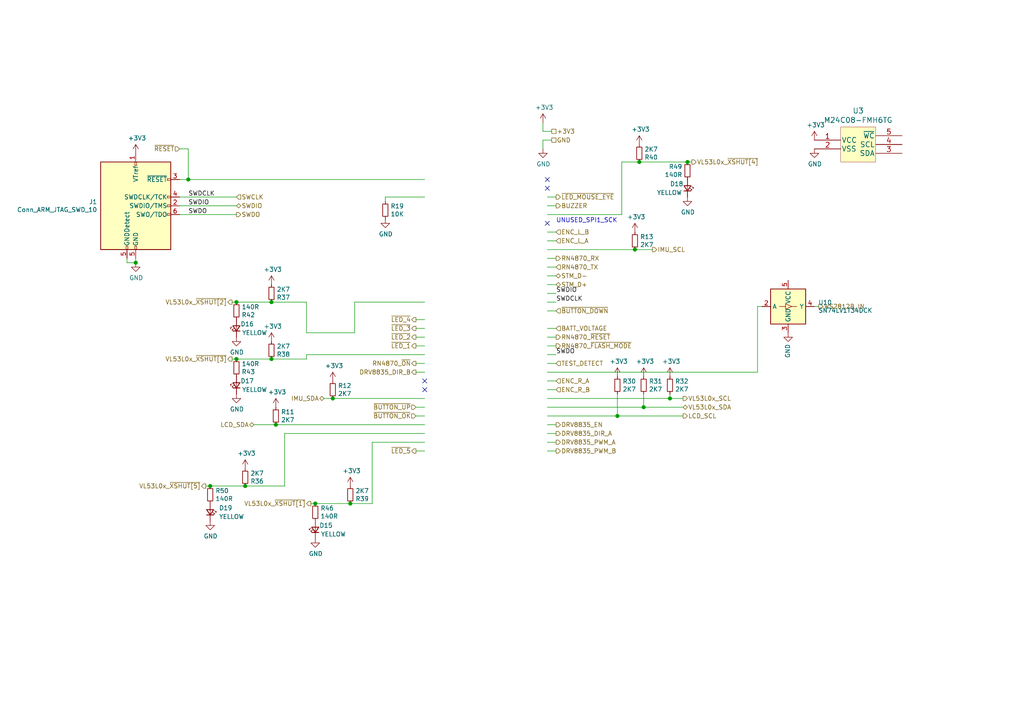
<source format=kicad_sch>
(kicad_sch (version 20210126) (generator eeschema)
  (paper "A4")
  (lib_symbols
    (symbol "Device:C_Small" (pin_numbers hide) (pin_names (offset 0.254) hide)
      (property "Reference" "C" (at 0.254 1.778 0))
      (property "Value" "C_Small" (at 0.254 -2.032 0))
      (symbol "C_Small_0_1"
        (polyline (pts (xy -1.524 -0.508) (xy 1.524 -0.508)) (stroke (width 0.3302)))
        (polyline (pts (xy -1.524 0.508) (xy 1.524 0.508)) (stroke (width 0.3048)))
      )
      (symbol "C_Small_1_1"
        (pin passive line (at 0 2.54 270) (length 2.032) (name "~") (number "1"))
        (pin passive line (at 0 -2.54 90) (length 2.032) (name "~") (number "2"))
      )
    )
    (symbol "Device:Crystal_GND24_Small" (pin_names (offset 1.016) hide)
      (property "Reference" "Y" (at 1.27 4.445 0))
      (property "Value" "Crystal_GND24_Small" (at 1.27 2.54 0))
      (symbol "Crystal_GND24_Small_0_1"
        (rectangle (start -0.762 -1.524) (end 0.762 1.524))
        (polyline (pts (xy -1.27 -0.762) (xy -1.27 0.762)) (stroke (width 0.381)))
        (polyline (pts (xy 1.27 -0.762) (xy 1.27 0.762)) (stroke (width 0.381)))
        (polyline (pts (xy -1.27 -1.27) (xy -1.27 -1.905) (xy 1.27 -1.905) (xy 1.27 -1.27)))
        (polyline (pts (xy -1.27 1.27) (xy -1.27 1.905) (xy 1.27 1.905) (xy 1.27 1.27)))
      )
      (symbol "Crystal_GND24_Small_1_1"
        (pin passive line (at -2.54 0 0) (length 1.27) (name "1") (number "1"))
        (pin passive line (at 0 -2.54 90) (length 0.635) (name "2") (number "2"))
        (pin passive line (at 2.54 0 180) (length 1.27) (name "3") (number "3"))
        (pin passive line (at 0 2.54 270) (length 0.635) (name "4") (number "4"))
      )
    )
    (symbol "Device:LED_Small" (pin_numbers hide) (pin_names (offset 0.254) hide)
      (property "Reference" "D" (at -1.27 3.175 0))
      (property "Value" "LED_Small" (at -4.445 -2.54 0))
      (symbol "LED_Small_0_1"
        (polyline (pts (xy -0.762 -1.016) (xy -0.762 1.016)) (stroke (width 0.254)))
        (polyline (pts (xy 1.016 0) (xy -0.762 0)))
        (polyline (pts (xy 0.762 -1.016) (xy -0.762 0) (xy 0.762 1.016) (xy 0.762 -1.016)) (stroke (width 0.254)))
        (polyline (pts (xy 0 0.762) (xy -0.508 1.27) (xy -0.254 1.27) (xy -0.508 1.27) (xy -0.508 1.016)))
        (polyline (pts (xy 0.508 1.27) (xy 0 1.778) (xy 0.254 1.778) (xy 0 1.778) (xy 0 1.524)))
      )
      (symbol "LED_Small_1_1"
        (pin passive line (at -2.54 0 0) (length 1.778) (name "K") (number "1"))
        (pin passive line (at 2.54 0 180) (length 1.778) (name "A") (number "2"))
      )
    )
    (symbol "Device:R_Small" (pin_numbers hide) (pin_names (offset 0.254) hide)
      (property "Reference" "R" (at 0.762 0.508 0))
      (property "Value" "R_Small" (at 0.762 -1.016 0))
      (symbol "R_Small_0_1"
        (rectangle (start -0.762 1.778) (end 0.762 -1.778) (stroke (width 0.2032)))
      )
      (symbol "R_Small_1_1"
        (pin passive line (at 0 2.54 270) (length 0.762) (name "~") (number "1"))
        (pin passive line (at 0 -2.54 90) (length 0.762) (name "~") (number "2"))
      )
    )
    (symbol "Logic_LevelTranslator:SN74LV1T34DCK"
      (property "Reference" "U" (at 5.08 6.35 0))
      (property "Value" "SN74LV1T34DCK" (at 5.08 3.81 0))
      (symbol "SN74LV1T34DCK_0_1"
        (rectangle (start -5.08 5.08) (end 5.08 -5.08) (stroke (width 0.254)) (fill (type background)))
        (polyline (pts (xy -0.762 0) (xy -2.54 0)))
        (polyline (pts (xy 1.016 0) (xy 2.54 0)))
      )
      (symbol "SN74LV1T34DCK_1_1"
        (polyline (pts (xy -0.762 -0.762) (xy -0.762 0.762) (xy 1.016 0) (xy -0.762 -0.762)))
        (pin no_connect line (at -5.08 2.54 0) (length 2.54) hide (name "NC") (number "1"))
        (pin input line (at -7.62 0 0) (length 2.54) (name "A") (number "2"))
        (pin power_in line (at 0 -7.62 90) (length 2.54) (name "GND") (number "3"))
        (pin output line (at 7.62 0 180) (length 2.54) (name "Y") (number "4"))
        (pin power_in line (at 0 7.62 270) (length 2.54) (name "VCC") (number "5"))
      )
    )
    (symbol "M24C08-FMH6TG:M24C08-FMH6TG" (pin_names (offset 0.254))
      (property "Reference" "U" (at 0 12.7 0))
      (property "Value" "M24C08-FMH6TG" (at 0 10.16 0))
      (symbol "M24C08-FMH6TG_1_1"
        (rectangle (start -5.08 5.08) (end 5.08 -5.08) (stroke (width 0.001)) (fill (type background)))
        (pin power_in line (at -12.7 1.27 0) (length 7.62) (name "VCC") (number "1"))
        (pin power_in line (at -12.7 -1.27 0) (length 7.62) (name "VSS") (number "2"))
        (pin bidirectional line (at 12.7 -2.54 180) (length 7.62) (name "SDA") (number "3"))
        (pin input line (at 12.7 0 180) (length 7.62) (name "SCL") (number "4"))
        (pin input line (at 12.7 2.54 180) (length 7.62) (name "~WC") (number "5"))
      )
    )
    (symbol "STM32H723VGH6:STM32H723VGH6" (pin_names (offset 0.254))
      (property "Reference" "U" (at 30.48 10.16 0))
      (property "Value" "STM32H723VGH6" (at 30.48 7.62 0))
      (symbol "STM32H723VGH6_1_1"
        (polyline (pts (xy 7.62 -86.36) (xy 53.34 -86.36)) (stroke (width 0.127)))
        (polyline (pts (xy 7.62 5.08) (xy 7.62 -86.36)) (stroke (width 0.127)))
        (polyline (pts (xy 53.34 -86.36) (xy 53.34 5.08)) (stroke (width 0.127)))
        (polyline (pts (xy 53.34 5.08) (xy 7.62 5.08)) (stroke (width 0.127)))
        (pin bidirectional line (at 60.96 -35.56 180) (length 7.62) (name "PC14-PSC32_IN") (number "A1"))
        (pin bidirectional line (at 0 -33.02 0) (length 7.62) (name "PA13") (number "A10"))
        (pin bidirectional line (at 60.96 -33.02 180) (length 7.62) (name "PC13") (number "A2"))
        (pin bidirectional line (at 0 -66.04 0) (length 7.62) (name "PB9") (number "A4"))
        (pin bidirectional line (at 0 -60.96 0) (length 7.62) (name "PB7") (number "A5"))
        (pin bidirectional line (at 0 -53.34 0) (length 7.62) (name "PB4") (number "A6"))
        (pin bidirectional line (at 0 -50.8 0) (length 7.62) (name "PB3") (number "A7"))
        (pin bidirectional line (at 0 -38.1 0) (length 7.62) (name "PA15") (number "A8"))
        (pin bidirectional line (at 0 -35.56 0) (length 7.62) (name "PA14") (number "A9"))
        (pin bidirectional line (at 60.96 -38.1 180) (length 7.62) (name "PC15-OSC32_OUT") (number "B1"))
        (pin bidirectional line (at 0 -30.48 0) (length 7.62) (name "PA12") (number "B10"))
        (pin bidirectional line (at 0 -63.5 0) (length 7.62) (name "PB8") (number "B4"))
        (pin bidirectional line (at 0 -58.42 0) (length 7.62) (name "PB6") (number "B5"))
        (pin bidirectional line (at 60.96 -55.88 180) (length 7.62) (name "PD5") (number "B6"))
        (pin bidirectional line (at 60.96 -48.26 180) (length 7.62) (name "PD2") (number "B7"))
        (pin bidirectional line (at 60.96 -27.94 180) (length 7.62) (name "PC11") (number "B8"))
        (pin bidirectional line (at 60.96 -25.4 180) (length 7.62) (name "PC10") (number "B9"))
        (pin bidirectional line (at 0 -27.94 0) (length 7.62) (name "PA11") (number "C10"))
        (pin bidirectional line (at 0 -55.88 0) (length 7.62) (name "PB5") (number "C5"))
        (pin bidirectional line (at 60.96 -58.42 180) (length 7.62) (name "PD6") (number "C6"))
        (pin bidirectional line (at 60.96 -50.8 180) (length 7.62) (name "PD3") (number "C7"))
        (pin bidirectional line (at 60.96 -30.48 180) (length 7.62) (name "PC12") (number "C8"))
        (pin bidirectional line (at 0 -22.86 0) (length 7.62) (name "PA9") (number "C9"))
        (pin bidirectional line (at 0 -25.4 0) (length 7.62) (name "PA10") (number "D10"))
        (pin bidirectional line (at 60.96 -60.96 180) (length 7.62) (name "PD7") (number "D6"))
        (pin bidirectional line (at 60.96 -53.34 180) (length 7.62) (name "PD4") (number "D7"))
        (pin bidirectional line (at 60.96 -43.18 180) (length 7.62) (name "PD0") (number "D8"))
        (pin bidirectional line (at 0 -20.32 0) (length 7.62) (name "PA8") (number "D9"))
        (pin bidirectional line (at 60.96 -17.78 180) (length 7.62) (name "PC7") (number "E10"))
        (pin bidirectional line (at 60.96 -5.08 180) (length 7.62) (name "PC2_C") (number "E2"))
        (pin bidirectional line (at 60.96 -45.72 180) (length 7.62) (name "PD1") (number "E8"))
        (pin bidirectional line (at 60.96 -20.32 180) (length 7.62) (name "PC9") (number "E9"))
        (pin bidirectional line (at 60.96 0 180) (length 7.62) (name "PC0") (number "F1"))
        (pin bidirectional line (at 60.96 -15.24 180) (length 7.62) (name "PC6") (number "F10"))
        (pin bidirectional line (at 60.96 -2.54 180) (length 7.62) (name "PC1") (number "F2"))
        (pin bidirectional line (at 60.96 -7.62 180) (length 7.62) (name "PC3_C") (number "F3"))
        (pin bidirectional line (at 60.96 -22.86 180) (length 7.62) (name "PC8") (number "F9"))
        (pin bidirectional line (at 0 -81.28 0) (length 7.62) (name "PB15") (number "G10"))
        (pin bidirectional line (at 0 0 0) (length 7.62) (name "PA0") (number "G2"))
        (pin bidirectional line (at 0 -10.16 0) (length 7.62) (name "PA4") (number "G3"))
        (pin bidirectional line (at 60.96 -10.16 180) (length 7.62) (name "PC4") (number "G4"))
        (pin bidirectional line (at 0 -48.26 0) (length 7.62) (name "PB2") (number "G5"))
        (pin bidirectional line (at 60.96 -81.28 180) (length 7.62) (name "PD15") (number "G8"))
        (pin bidirectional line (at 60.96 -71.12 180) (length 7.62) (name "PD11") (number "G9"))
        (pin bidirectional line (at 0 -78.74 0) (length 7.62) (name "PB14") (number "H10"))
        (pin bidirectional line (at 0 -2.54 0) (length 7.62) (name "PA1") (number "H2"))
        (pin bidirectional line (at 0 -12.7 0) (length 7.62) (name "PA5") (number "H3"))
        (pin bidirectional line (at 60.96 -12.7 180) (length 7.62) (name "PC5") (number "H4"))
        (pin bidirectional line (at 60.96 -78.74 180) (length 7.62) (name "PD14") (number "H8"))
        (pin bidirectional line (at 60.96 -68.58 180) (length 7.62) (name "PD10") (number "H9"))
        (pin bidirectional line (at 60.96 -76.2 180) (length 7.62) (name "PD13") (number "J10"))
        (pin bidirectional line (at 0 -5.08 0) (length 7.62) (name "PA2") (number "J2"))
        (pin bidirectional line (at 0 -15.24 0) (length 7.62) (name "PA6") (number "J3"))
        (pin bidirectional line (at 0 -43.18 0) (length 7.62) (name "PB0") (number "J4"))
        (pin bidirectional line (at 0 -68.58 0) (length 7.62) (name "PB10") (number "J7"))
        (pin bidirectional line (at 0 -76.2 0) (length 7.62) (name "PB13") (number "J8"))
        (pin bidirectional line (at 60.96 -66.04 180) (length 7.62) (name "PD9") (number "J9"))
        (pin bidirectional line (at 60.96 -73.66 180) (length 7.62) (name "PD12") (number "K10"))
        (pin bidirectional line (at 0 -7.62 0) (length 7.62) (name "PA3") (number "K2"))
        (pin bidirectional line (at 0 -17.78 0) (length 7.62) (name "PA7") (number "K3"))
        (pin bidirectional line (at 0 -45.72 0) (length 7.62) (name "PB1") (number "K4"))
        (pin bidirectional line (at 0 -71.12 0) (length 7.62) (name "PB11") (number "K7"))
        (pin bidirectional line (at 0 -73.66 0) (length 7.62) (name "PB12") (number "K8"))
        (pin bidirectional line (at 60.96 -63.5 180) (length 7.62) (name "PD8") (number "K9"))
      )
      (symbol "STM32H723VGH6_2_1"
        (polyline (pts (xy 7.62 -43.18) (xy 48.26 -43.18)) (stroke (width 0.127)))
        (polyline (pts (xy 7.62 5.08) (xy 7.62 -43.18)) (stroke (width 0.127)))
        (polyline (pts (xy 48.26 -43.18) (xy 48.26 5.08)) (stroke (width 0.127)))
        (polyline (pts (xy 48.26 5.08) (xy 7.62 5.08)) (stroke (width 0.127)))
        (pin bidirectional line (at 0 -5.08 0) (length 7.62) (name "PE2") (number "A3"))
        (pin bidirectional line (at 0 -7.62 0) (length 7.62) (name "PE3") (number "B3"))
        (pin bidirectional line (at 55.88 0 180) (length 7.62) (name "PH0-OSC_IN") (number "C1"))
        (pin bidirectional line (at 0 -10.16 0) (length 7.62) (name "PE4") (number "C3"))
        (pin bidirectional line (at 0 -2.54 0) (length 7.62) (name "PE1") (number "C4"))
        (pin bidirectional line (at 55.88 -2.54 180) (length 7.62) (name "PH1-OSC_OUT") (number "D1"))
        (pin bidirectional line (at 0 -12.7 0) (length 7.62) (name "PE5") (number "D3"))
        (pin bidirectional line (at 0 0 0) (length 7.62) (name "PE0") (number "D4"))
        (pin input line (at 55.88 -12.7 180) (length 7.62) (name "BOOT0") (number "D5"))
        (pin bidirectional line (at 55.88 -7.62 180) (length 7.62) (name "NRST") (number "E1"))
        (pin bidirectional line (at 0 -15.24 0) (length 7.62) (name "PE6") (number "E3"))
        (pin bidirectional line (at 55.88 -17.78 180) (length 7.62) (name "PDR_ON") (number "F7"))
        (pin bidirectional line (at 0 -25.4 0) (length 7.62) (name "PE10") (number "G6"))
        (pin bidirectional line (at 0 -35.56 0) (length 7.62) (name "PE14") (number "G7"))
        (pin bidirectional line (at 0 -17.78 0) (length 7.62) (name "PE7") (number "H5"))
        (pin bidirectional line (at 0 -27.94 0) (length 7.62) (name "PE11") (number "H6"))
        (pin bidirectional line (at 0 -38.1 0) (length 7.62) (name "PE15") (number "H7"))
        (pin bidirectional line (at 0 -20.32 0) (length 7.62) (name "PE8") (number "J5"))
        (pin bidirectional line (at 0 -30.48 0) (length 7.62) (name "PE12") (number "J6"))
        (pin bidirectional line (at 0 -22.86 0) (length 7.62) (name "PE9") (number "K5"))
        (pin bidirectional line (at 0 -33.02 0) (length 7.62) (name "PE13") (number "K6"))
      )
      (symbol "STM32H723VGH6_3_1"
        (polyline (pts (xy 7.62 -35.56) (xy 43.18 -35.56)) (stroke (width 0.127)))
        (polyline (pts (xy 7.62 5.08) (xy 7.62 -35.56)) (stroke (width 0.127)))
        (polyline (pts (xy 43.18 -35.56) (xy 43.18 5.08)) (stroke (width 0.127)))
        (polyline (pts (xy 43.18 5.08) (xy 7.62 5.08)) (stroke (width 0.127)))
        (pin power_in line (at 50.8 -12.7 180) (length 7.62) (name "VBAT") (number "B2"))
        (pin power_in line (at 0 0 0) (length 7.62) (name "VSS") (number "C2"))
        (pin power_in line (at 50.8 0 180) (length 7.62) (name "VDD") (number "D2"))
        (pin power_in line (at 0 -2.54 0) (length 7.62) (name "VSS") (number "E4"))
        (pin power_in line (at 0 -5.08 0) (length 7.62) (name "VSS") (number "E5"))
        (pin power_in line (at 0 -7.62 0) (length 7.62) (name "VSS") (number "E6"))
        (pin power_in line (at 50.8 -17.78 180) (length 7.62) (name "VCAP") (number "E7"))
        (pin power_in line (at 50.8 -2.54 180) (length 7.62) (name "VDD") (number "F4"))
        (pin power_in line (at 50.8 -5.08 180) (length 7.62) (name "VDD") (number "F5"))
        (pin power_in line (at 50.8 -30.48 180) (length 7.62) (name "VDD33USB") (number "F6"))
        (pin power_in line (at 50.8 -20.32 180) (length 7.62) (name "VCAP") (number "F8"))
        (pin power_in line (at 0 -15.24 0) (length 7.62) (name "VSSA") (number "G1"))
        (pin power_in line (at 50.8 -25.4 180) (length 7.62) (name "VDDA") (number "H1"))
        (pin power_in line (at 0 -10.16 0) (length 7.62) (name "VSS") (number "J1"))
        (pin power_in line (at 50.8 -7.62 180) (length 7.62) (name "VDD") (number "K1"))
      )
    )
    (symbol "power:+3V3" (power) (pin_names (offset 0))
      (property "Value" "+3V3" (at 0 3.556 0))
      (symbol "+3V3_0_1"
        (polyline (pts (xy -0.762 1.27) (xy 0 2.54)))
        (polyline (pts (xy 0 0) (xy 0 2.54)))
        (polyline (pts (xy 0 2.54) (xy 0.762 1.27)))
      )
      (symbol "+3V3_1_1"
        (pin power_in line (at 0 0 90) (length 0) hide (name "+3V3") (number "1"))
      )
    )
    (symbol "power:GND" (power) (pin_names (offset 0))
      (property "Value" "GND" (at 0 -3.81 0))
      (symbol "GND_0_1"
        (polyline (pts (xy 0 0) (xy 0 -1.27) (xy 1.27 -1.27) (xy 0 -2.54) (xy -1.27 -1.27) (xy 0 -1.27)))
      )
      (symbol "GND_1_1"
        (pin power_in line (at 0 0 270) (length 0) hide (name "GND") (number "1"))
      )
    )
    (symbol "synermycha-electronics:Conn_ARM_JTAG_SWD_10" (pin_names (offset 1.016))
      (property "Reference" "J" (at -2.54 16.51 0))
      (property "Value" "Conn_ARM_JTAG_SWD_10" (at -2.54 13.97 0))
      (symbol "Conn_ARM_JTAG_SWD_10_0_1"
        (rectangle (start -2.794 -12.7) (end -2.286 -11.684))
        (rectangle (start -0.254 -12.7) (end 0.254 -11.684))
        (rectangle (start -0.254 12.7) (end 0.254 11.684))
        (rectangle (start 9.144 2.286) (end 10.16 2.794))
        (rectangle (start 10.16 -2.794) (end 9.144 -2.286))
        (rectangle (start 10.16 -0.254) (end 9.144 0.254))
        (rectangle (start 10.16 7.874) (end 9.144 7.366))
        (rectangle (start -10.16 12.7) (end 10.16 -12.7) (stroke (width 0.254)) (fill (type background)))
      )
      (symbol "Conn_ARM_JTAG_SWD_10_1_1"
        (pin power_in line (at 0 15.24 270) (length 2.54) (name "VTref") (number "1"))
        (pin bidirectional line (at 12.7 0 180) (length 2.54) (name "SWDIO/TMS") (number "2"))
        (pin open_collector line (at 12.7 7.62 180) (length 2.54) (name "~RESET~") (number "3"))
        (pin output line (at 12.7 2.54 180) (length 2.54) (name "SWDCLK/TCK") (number "4"))
        (pin power_in line (at 0 -15.24 90) (length 2.54) (name "GND") (number "5"))
        (pin passive line (at 2.54 -15.24 90) (length 2.54) hide (name "GND") (number "5"))
        (pin passive line (at -2.54 -15.24 90) (length 2.54) (name "GNDDetect") (number "5"))
        (pin input line (at 12.7 -2.54 180) (length 2.54) (name "SWO/TDO") (number "6"))
      )
    )
  )
  (junction (at 39.37 76.2) (diameter 1.016))
  (junction (at 54.61 52.07) (diameter 1.016))
  (junction (at 60.96 140.97) (diameter 1.016))
  (junction (at 68.58 87.63) (diameter 1.016))
  (junction (at 68.58 104.14) (diameter 1.016))
  (junction (at 71.12 140.97) (diameter 1.016))
  (junction (at 78.74 87.63) (diameter 1.016))
  (junction (at 78.74 104.14) (diameter 1.016))
  (junction (at 80.01 123.19) (diameter 1.016))
  (junction (at 91.44 146.05) (diameter 1.016))
  (junction (at 96.52 115.57) (diameter 1.016))
  (junction (at 101.6 146.05) (diameter 1.016))
  (junction (at 179.07 120.65) (diameter 1.016))
  (junction (at 184.15 72.39) (diameter 1.016))
  (junction (at 185.42 46.99) (diameter 1.016))
  (junction (at 186.69 118.11) (diameter 1.016))
  (junction (at 194.31 115.57) (diameter 1.016))
  (junction (at 196.85 -44.45) (diameter 1.016))
  (junction (at 196.85 -41.91) (diameter 1.016))
  (junction (at 196.85 -39.37) (diameter 1.016))
  (junction (at 196.85 -36.83) (diameter 1.016))
  (junction (at 196.85 -31.75) (diameter 1.016))
  (junction (at 199.39 46.99) (diameter 1.016))
  (junction (at 250.19 -46.99) (diameter 1.016))
  (junction (at 250.19 -44.45) (diameter 1.016))
  (junction (at 250.19 -41.91) (diameter 1.016))
  (junction (at 250.19 -39.37) (diameter 1.016))
  (junction (at 250.19 -34.29) (diameter 1.016))
  (junction (at 250.19 -21.59) (diameter 1.016))
  (junction (at 250.19 -16.51) (diameter 1.016))
  (junction (at 250.19 -13.97) (diameter 1.016))
  (junction (at 251.46 -29.21) (diameter 1.016))
  (junction (at 257.81 -8.89) (diameter 1.016))
  (junction (at 260.35 -46.99) (diameter 1.016))
  (junction (at 260.35 -21.59) (diameter 1.016))
  (junction (at 267.97 -16.51) (diameter 1.016))
  (junction (at 270.51 -46.99) (diameter 1.016))
  (junction (at 270.51 -41.91) (diameter 1.016))
  (junction (at 280.67 -46.99) (diameter 1.016))
  (junction (at 280.67 -41.91) (diameter 1.016))
  (junction (at 280.67 -34.29) (diameter 1.016))
  (junction (at 290.83 -46.99) (diameter 1.016))
  (junction (at 290.83 -41.91) (diameter 1.016))
  (junction (at 290.83 -29.21) (diameter 1.016))
  (junction (at 300.99 -41.91) (diameter 1.016))
  (junction (at 386.08 171.45) (diameter 1.016))
  (junction (at 397.51 171.45) (diameter 1.016))
  (no_connect (at 123.19 110.49))
  (no_connect (at 123.19 113.03))
  (no_connect (at 158.75 52.07))
  (no_connect (at 158.75 54.61))
  (no_connect (at 158.75 64.77))
  (no_connect (at 391.16 168.91))
  (no_connect (at 391.16 173.99))
  (wire (pts (xy 36.83 74.93) (xy 36.83 76.2)))
  (wire (pts (xy 36.83 76.2) (xy 39.37 76.2)))
  (wire (pts (xy 39.37 74.93) (xy 39.37 76.2)))
  (wire (pts (xy 52.07 43.18) (xy 54.61 43.18)))
  (wire (pts (xy 52.07 57.15) (xy 68.58 57.15)))
  (wire (pts (xy 52.07 59.69) (xy 68.58 59.69)))
  (wire (pts (xy 52.07 62.23) (xy 68.58 62.23)))
  (wire (pts (xy 54.61 43.18) (xy 54.61 52.07)))
  (wire (pts (xy 54.61 52.07) (xy 52.07 52.07)))
  (wire (pts (xy 54.61 52.07) (xy 123.19 52.07)))
  (wire (pts (xy 59.69 140.97) (xy 60.96 140.97)))
  (wire (pts (xy 60.96 140.97) (xy 71.12 140.97)))
  (wire (pts (xy 67.31 87.63) (xy 68.58 87.63)))
  (wire (pts (xy 67.31 104.14) (xy 68.58 104.14)))
  (wire (pts (xy 68.58 87.63) (xy 78.74 87.63)))
  (wire (pts (xy 68.58 104.14) (xy 78.74 104.14)))
  (wire (pts (xy 71.12 140.97) (xy 82.55 140.97)))
  (wire (pts (xy 78.74 87.63) (xy 88.9 87.63)))
  (wire (pts (xy 78.74 104.14) (xy 88.9 104.14)))
  (wire (pts (xy 80.01 123.19) (xy 73.66 123.19)))
  (wire (pts (xy 82.55 125.73) (xy 82.55 140.97)))
  (wire (pts (xy 88.9 87.63) (xy 88.9 96.52)))
  (wire (pts (xy 88.9 102.87) (xy 88.9 104.14)))
  (wire (pts (xy 90.17 146.05) (xy 91.44 146.05)))
  (wire (pts (xy 91.44 146.05) (xy 101.6 146.05)))
  (wire (pts (xy 96.52 115.57) (xy 93.98 115.57)))
  (wire (pts (xy 96.52 115.57) (xy 123.19 115.57)))
  (wire (pts (xy 101.6 146.05) (xy 107.95 146.05)))
  (wire (pts (xy 102.87 87.63) (xy 102.87 96.52)))
  (wire (pts (xy 102.87 87.63) (xy 123.19 87.63)))
  (wire (pts (xy 102.87 96.52) (xy 88.9 96.52)))
  (wire (pts (xy 107.95 128.27) (xy 107.95 146.05)))
  (wire (pts (xy 111.76 57.15) (xy 111.76 58.42)))
  (wire (pts (xy 111.76 57.15) (xy 123.19 57.15)))
  (wire (pts (xy 120.65 92.71) (xy 123.19 92.71)))
  (wire (pts (xy 120.65 95.25) (xy 123.19 95.25)))
  (wire (pts (xy 120.65 97.79) (xy 123.19 97.79)))
  (wire (pts (xy 120.65 100.33) (xy 123.19 100.33)))
  (wire (pts (xy 120.65 105.41) (xy 123.19 105.41)))
  (wire (pts (xy 123.19 102.87) (xy 88.9 102.87)))
  (wire (pts (xy 123.19 107.95) (xy 120.65 107.95)))
  (wire (pts (xy 123.19 118.11) (xy 120.65 118.11)))
  (wire (pts (xy 123.19 120.65) (xy 120.65 120.65)))
  (wire (pts (xy 123.19 123.19) (xy 80.01 123.19)))
  (wire (pts (xy 123.19 125.73) (xy 82.55 125.73)))
  (wire (pts (xy 123.19 128.27) (xy 107.95 128.27)))
  (wire (pts (xy 123.19 130.81) (xy 120.65 130.81)))
  (wire (pts (xy 157.48 38.1) (xy 157.48 35.56)))
  (wire (pts (xy 157.48 40.64) (xy 157.48 43.18)))
  (wire (pts (xy 158.75 57.15) (xy 161.29 57.15)))
  (wire (pts (xy 158.75 62.23) (xy 180.34 62.23)))
  (wire (pts (xy 158.75 67.31) (xy 161.29 67.31)))
  (wire (pts (xy 158.75 69.85) (xy 161.29 69.85)))
  (wire (pts (xy 158.75 72.39) (xy 184.15 72.39)))
  (wire (pts (xy 158.75 74.93) (xy 161.29 74.93)))
  (wire (pts (xy 158.75 80.01) (xy 161.29 80.01)))
  (wire (pts (xy 158.75 82.55) (xy 161.29 82.55)))
  (wire (pts (xy 158.75 85.09) (xy 161.29 85.09)))
  (wire (pts (xy 158.75 87.63) (xy 161.29 87.63)))
  (wire (pts (xy 158.75 95.25) (xy 161.29 95.25)))
  (wire (pts (xy 158.75 100.33) (xy 161.29 100.33)))
  (wire (pts (xy 158.75 107.95) (xy 219.71 107.95)))
  (wire (pts (xy 158.75 115.57) (xy 194.31 115.57)))
  (wire (pts (xy 158.75 118.11) (xy 186.69 118.11)))
  (wire (pts (xy 158.75 120.65) (xy 179.07 120.65)))
  (wire (pts (xy 158.75 123.19) (xy 161.29 123.19)))
  (wire (pts (xy 158.75 125.73) (xy 161.29 125.73)))
  (wire (pts (xy 158.75 128.27) (xy 161.29 128.27)))
  (wire (pts (xy 158.75 130.81) (xy 161.29 130.81)))
  (wire (pts (xy 160.02 38.1) (xy 157.48 38.1)))
  (wire (pts (xy 160.02 40.64) (xy 157.48 40.64)))
  (wire (pts (xy 161.29 59.69) (xy 158.75 59.69)))
  (wire (pts (xy 161.29 77.47) (xy 158.75 77.47)))
  (wire (pts (xy 161.29 90.17) (xy 158.75 90.17)))
  (wire (pts (xy 161.29 97.79) (xy 158.75 97.79)))
  (wire (pts (xy 161.29 102.87) (xy 158.75 102.87)))
  (wire (pts (xy 161.29 105.41) (xy 158.75 105.41)))
  (wire (pts (xy 161.29 110.49) (xy 158.75 110.49)))
  (wire (pts (xy 161.29 113.03) (xy 158.75 113.03)))
  (wire (pts (xy 179.07 120.65) (xy 179.07 114.3)))
  (wire (pts (xy 180.34 46.99) (xy 185.42 46.99)))
  (wire (pts (xy 180.34 62.23) (xy 180.34 46.99)))
  (wire (pts (xy 184.15 72.39) (xy 189.23 72.39)))
  (wire (pts (xy 185.42 46.99) (xy 199.39 46.99)))
  (wire (pts (xy 186.69 114.3) (xy 186.69 118.11)))
  (wire (pts (xy 186.69 118.11) (xy 198.12 118.11)))
  (wire (pts (xy 194.31 115.57) (xy 194.31 114.3)))
  (wire (pts (xy 194.31 115.57) (xy 198.12 115.57)))
  (wire (pts (xy 196.85 -46.99) (xy 196.85 -44.45)))
  (wire (pts (xy 196.85 -44.45) (xy 196.85 -41.91)))
  (wire (pts (xy 196.85 -41.91) (xy 196.85 -39.37)))
  (wire (pts (xy 196.85 -39.37) (xy 196.85 -36.83)))
  (wire (pts (xy 196.85 -36.83) (xy 196.85 -31.75)))
  (wire (pts (xy 196.85 -31.75) (xy 196.85 -30.48)))
  (wire (pts (xy 198.12 -46.99) (xy 196.85 -46.99)))
  (wire (pts (xy 198.12 -44.45) (xy 196.85 -44.45)))
  (wire (pts (xy 198.12 -41.91) (xy 196.85 -41.91)))
  (wire (pts (xy 198.12 -39.37) (xy 196.85 -39.37)))
  (wire (pts (xy 198.12 -36.83) (xy 196.85 -36.83)))
  (wire (pts (xy 198.12 -31.75) (xy 196.85 -31.75)))
  (wire (pts (xy 198.12 120.65) (xy 179.07 120.65)))
  (wire (pts (xy 199.39 46.99) (xy 200.66 46.99)))
  (wire (pts (xy 219.71 88.9) (xy 220.98 88.9)))
  (wire (pts (xy 219.71 107.95) (xy 219.71 88.9)))
  (wire (pts (xy 237.49 88.9) (xy 236.22 88.9)))
  (wire (pts (xy 248.92 -44.45) (xy 250.19 -44.45)))
  (wire (pts (xy 248.92 -41.91) (xy 250.19 -41.91)))
  (wire (pts (xy 248.92 -34.29) (xy 250.19 -34.29)))
  (wire (pts (xy 248.92 -29.21) (xy 251.46 -29.21)))
  (wire (pts (xy 248.92 -21.59) (xy 250.19 -21.59)))
  (wire (pts (xy 248.92 -16.51) (xy 250.19 -16.51)))
  (wire (pts (xy 250.19 -48.26) (xy 250.19 -46.99)))
  (wire (pts (xy 250.19 -46.99) (xy 248.92 -46.99)))
  (wire (pts (xy 250.19 -46.99) (xy 250.19 -44.45)))
  (wire (pts (xy 250.19 -46.99) (xy 260.35 -46.99)))
  (wire (pts (xy 250.19 -44.45) (xy 250.19 -41.91)))
  (wire (pts (xy 250.19 -41.91) (xy 250.19 -39.37)))
  (wire (pts (xy 250.19 -39.37) (xy 248.92 -39.37)))
  (wire (pts (xy 250.19 -34.29) (xy 250.19 -39.37)))
  (wire (pts (xy 250.19 -34.29) (xy 280.67 -34.29)))
  (wire (pts (xy 250.19 -21.59) (xy 250.19 -34.29)))
  (wire (pts (xy 250.19 -16.51) (xy 250.19 -21.59)))
  (wire (pts (xy 250.19 -16.51) (xy 250.19 -13.97)))
  (wire (pts (xy 250.19 -8.89) (xy 257.81 -8.89)))
  (wire (pts (xy 251.46 -29.21) (xy 251.46 -26.67)))
  (wire (pts (xy 251.46 -29.21) (xy 278.13 -29.21)))
  (wire (pts (xy 251.46 -26.67) (xy 248.92 -26.67)))
  (wire (pts (xy 257.81 -13.97) (xy 250.19 -13.97)))
  (wire (pts (xy 260.35 -21.59) (xy 250.19 -21.59)))
  (wire (pts (xy 260.35 -16.51) (xy 267.97 -16.51)))
  (wire (pts (xy 267.97 -21.59) (xy 260.35 -21.59)))
  (wire (pts (xy 270.51 -46.99) (xy 260.35 -46.99)))
  (wire (pts (xy 270.51 -41.91) (xy 260.35 -41.91)))
  (wire (pts (xy 278.13 -27.94) (xy 278.13 -29.21)))
  (wire (pts (xy 280.67 -46.99) (xy 270.51 -46.99)))
  (wire (pts (xy 280.67 -46.99) (xy 290.83 -46.99)))
  (wire (pts (xy 280.67 -41.91) (xy 270.51 -41.91)))
  (wire (pts (xy 280.67 -29.21) (xy 290.83 -29.21)))
  (wire (pts (xy 290.83 -46.99) (xy 300.99 -46.99)))
  (wire (pts (xy 290.83 -41.91) (xy 280.67 -41.91)))
  (wire (pts (xy 290.83 -34.29) (xy 280.67 -34.29)))
  (wire (pts (xy 300.99 -41.91) (xy 290.83 -41.91)))
  (wire (pts (xy 359.41 161.29) (xy 397.51 161.29)))
  (wire (pts (xy 359.41 163.83) (xy 386.08 163.83)))
  (wire (pts (xy 359.41 168.91) (xy 367.03 168.91)))
  (wire (pts (xy 367.03 177.8) (xy 367.03 168.91)))
  (wire (pts (xy 369.57 177.8) (xy 367.03 177.8)))
  (wire (pts (xy 386.08 163.83) (xy 386.08 171.45)))
  (wire (pts (xy 386.08 171.45) (xy 388.62 171.45)))
  (wire (pts (xy 397.51 161.29) (xy 397.51 171.45)))
  (wire (pts (xy 397.51 171.45) (xy 393.7 171.45)))
  (text "UNUSED_SPI1_SCK" (at 161.29 64.77 0) (effects (font (size 1.27 1.27)) (justify left bottom)))
  (label "SWDCLK" (at 54.61 57.15 0))
  (label "SWDIO" (at 54.61 59.69 0))
  (label "SWDO" (at 54.61 62.23 0))
  (label "SWDIO" (at 161.29 85.09 0))
  (label "SWDCLK" (at 161.29 87.63 0))
  (label "SWDO" (at 161.29 102.87 0))
  (hierarchical_label "~RESET" (shape input) (at 52.07 43.18 180))
  (hierarchical_label "VL53L0x_~XSHUT[5]" (shape output) (at 59.69 140.97 180))
  (hierarchical_label "VL53L0x_~XSHUT[2]" (shape output) (at 67.31 87.63 180))
  (hierarchical_label "VL53L0x_~XSHUT[3]" (shape output) (at 67.31 104.14 180))
  (hierarchical_label "SWCLK" (shape input) (at 68.58 57.15 0))
  (hierarchical_label "SWDIO" (shape bidirectional) (at 68.58 59.69 0))
  (hierarchical_label "SWDO" (shape output) (at 68.58 62.23 0))
  (hierarchical_label "LCD_SDA" (shape bidirectional) (at 73.66 123.19 180))
  (hierarchical_label "VL53L0x_~XSHUT[1]" (shape output) (at 90.17 146.05 180))
  (hierarchical_label "IMU_SDA" (shape bidirectional) (at 93.98 115.57 180))
  (hierarchical_label "~LED_4" (shape output) (at 120.65 92.71 180))
  (hierarchical_label "~LED_3" (shape output) (at 120.65 95.25 180))
  (hierarchical_label "~LED_2" (shape output) (at 120.65 97.79 180))
  (hierarchical_label "~LED_1" (shape output) (at 120.65 100.33 180))
  (hierarchical_label "RN4870_~ON" (shape output) (at 120.65 105.41 180))
  (hierarchical_label "DRV8835_DIR_B" (shape output) (at 120.65 107.95 180))
  (hierarchical_label "~BUTTON_UP" (shape input) (at 120.65 118.11 180))
  (hierarchical_label "~BUTTON_OK" (shape input) (at 120.65 120.65 180))
  (hierarchical_label "~LED_5" (shape output) (at 120.65 130.81 180))
  (hierarchical_label "+3V3" (shape passive) (at 160.02 38.1 0))
  (hierarchical_label "GND" (shape passive) (at 160.02 40.64 0))
  (hierarchical_label "~LED_MOUSE_EYE" (shape output) (at 161.29 57.15 0))
  (hierarchical_label "BUZZER" (shape output) (at 161.29 59.69 0))
  (hierarchical_label "ENC_L_B" (shape input) (at 161.29 67.31 0))
  (hierarchical_label "ENC_L_A" (shape input) (at 161.29 69.85 0))
  (hierarchical_label "RN4870_RX" (shape output) (at 161.29 74.93 0))
  (hierarchical_label "RN4870_TX" (shape input) (at 161.29 77.47 0))
  (hierarchical_label "STM_D-" (shape bidirectional) (at 161.29 80.01 0))
  (hierarchical_label "STM_D+" (shape bidirectional) (at 161.29 82.55 0))
  (hierarchical_label "~BUTTON_DOWN" (shape input) (at 161.29 90.17 0))
  (hierarchical_label "BATT_VOLTAGE" (shape input) (at 161.29 95.25 0))
  (hierarchical_label "RN4870_~RESET" (shape output) (at 161.29 97.79 0))
  (hierarchical_label "RN4870_~FLASH_MODE" (shape output) (at 161.29 100.33 0))
  (hierarchical_label "TEST_DETECT" (shape input) (at 161.29 105.41 0))
  (hierarchical_label "ENC_R_A" (shape input) (at 161.29 110.49 0))
  (hierarchical_label "ENC_R_B" (shape input) (at 161.29 113.03 0))
  (hierarchical_label "DRV8835_EN" (shape output) (at 161.29 123.19 0))
  (hierarchical_label "DRV8835_DIR_A" (shape output) (at 161.29 125.73 0))
  (hierarchical_label "DRV8835_PWM_A" (shape output) (at 161.29 128.27 0))
  (hierarchical_label "DRV8835_PWM_B" (shape output) (at 161.29 130.81 0))
  (hierarchical_label "IMU_SCL" (shape output) (at 189.23 72.39 0))
  (hierarchical_label "VL53L0x_SCL" (shape output) (at 198.12 115.57 0))
  (hierarchical_label "VL53L0x_SDA" (shape bidirectional) (at 198.12 118.11 0))
  (hierarchical_label "LCD_SCL" (shape output) (at 198.12 120.65 0))
  (hierarchical_label "VL53L0x_~XSHUT[4]" (shape output) (at 200.66 46.99 0))
  (hierarchical_label "WS2812B_IN" (shape output) (at 237.49 88.9 0))
  (hierarchical_label "~RESET" (shape input) (at 369.57 177.8 0))
  (symbol (lib_id "power:+3V3") (at 39.37 44.45 0) (unit 1)
    (property "Reference" "#PWR0203" (effects hide))
    (property "Value" "+3V3" (at 39.751 40.0558 0))
  )
  (symbol (lib_id "power:+3V3") (at 71.12 135.89 0) (unit 1)
    (property "Reference" "#PWR0134" (effects hide))
    (property "Value" "+3V3" (at 71.501 131.4958 0))
  )
  (symbol (lib_id "power:+3V3") (at 78.74 82.55 0) (unit 1)
    (property "Reference" "#PWR0140" (effects hide))
    (property "Value" "+3V3" (at 79.121 78.1558 0))
  )
  (symbol (lib_id "power:+3V3") (at 78.74 99.06 0) (unit 1)
    (property "Reference" "#PWR0141" (effects hide))
    (property "Value" "+3V3" (at 79.121 94.6658 0))
  )
  (symbol (lib_id "power:+3V3") (at 80.01 118.11 0) (unit 1)
    (property "Reference" "#PWR0207" (effects hide))
    (property "Value" "+3V3" (at 80.391 113.7158 0))
  )
  (symbol (lib_id "power:+3V3") (at 96.52 110.49 0) (unit 1)
    (property "Reference" "#PWR0206" (effects hide))
    (property "Value" "+3V3" (at 96.901 106.0958 0))
  )
  (symbol (lib_id "power:+3V3") (at 101.6 140.97 0) (unit 1)
    (property "Reference" "#PWR0137" (effects hide))
    (property "Value" "+3V3" (at 101.981 136.5758 0))
  )
  (symbol (lib_id "power:+3V3") (at 157.48 35.56 0) (unit 1)
    (property "Reference" "#PWR0169" (effects hide))
    (property "Value" "+3V3" (at 157.861 31.1658 0))
  )
  (symbol (lib_id "power:+3V3") (at 179.07 109.22 0) (unit 1)
    (property "Reference" "#PWR0208" (effects hide))
    (property "Value" "+3V3" (at 179.451 104.8258 0))
  )
  (symbol (lib_id "power:+3V3") (at 184.15 67.31 0) (unit 1)
    (property "Reference" "#PWR0217" (effects hide))
    (property "Value" "+3V3" (at 184.531 62.9158 0))
  )
  (symbol (lib_id "power:+3V3") (at 185.42 41.91 0) (unit 1)
    (property "Reference" "#PWR0142" (effects hide))
    (property "Value" "+3V3" (at 185.801 37.5158 0))
  )
  (symbol (lib_id "power:+3V3") (at 186.69 109.22 0) (unit 1)
    (property "Reference" "#PWR0209" (effects hide))
    (property "Value" "+3V3" (at 187.071 104.8258 0))
  )
  (symbol (lib_id "power:+3V3") (at 194.31 109.22 0) (unit 1)
    (property "Reference" "#PWR0216" (effects hide))
    (property "Value" "+3V3" (at 194.691 104.8258 0))
  )
  (symbol (lib_id "power:+3V3") (at 236.22 40.64 0) (unit 1)
    (property "Reference" "#PWR0187" (effects hide))
    (property "Value" "+3V3" (at 236.601 36.2458 0))
  )
  (symbol (lib_id "power:+3V3") (at 250.19 -48.26 0) (unit 1)
    (property "Reference" "#PWR0163" (effects hide))
    (property "Value" "+3V3" (at 250.571 -52.6542 0))
  )
  (symbol (lib_id "power:GND") (at 39.37 76.2 0) (unit 1)
    (property "Reference" "#PWR0202" (effects hide))
    (property "Value" "GND" (at 39.497 80.5942 0))
  )
  (symbol (lib_id "power:GND") (at 60.96 151.13 0) (unit 1)
    (property "Reference" "#PWR0135" (effects hide))
    (property "Value" "GND" (at 61.087 155.5242 0))
  )
  (symbol (lib_id "power:GND") (at 68.58 97.79 0) (unit 1)
    (property "Reference" "#PWR0138" (effects hide))
    (property "Value" "GND" (at 68.707 102.1842 0))
  )
  (symbol (lib_id "power:GND") (at 68.58 114.3 0) (unit 1)
    (property "Reference" "#PWR0136" (effects hide))
    (property "Value" "GND" (at 68.707 118.6942 0))
  )
  (symbol (lib_id "power:GND") (at 91.44 156.21 0) (unit 1)
    (property "Reference" "#PWR0143" (effects hide))
    (property "Value" "GND" (at 91.567 160.6042 0))
  )
  (symbol (lib_id "power:GND") (at 111.76 63.5 0) (unit 1)
    (property "Reference" "#PWR0149" (effects hide))
    (property "Value" "GND" (at 111.887 67.8942 0))
  )
  (symbol (lib_id "power:GND") (at 157.48 43.18 0) (unit 1)
    (property "Reference" "#PWR0186" (effects hide))
    (property "Value" "GND" (at 157.607 47.5742 0))
  )
  (symbol (lib_id "power:GND") (at 196.85 -30.48 0) (unit 1)
    (property "Reference" "#PWR0162" (effects hide))
    (property "Value" "GND" (at 196.977 -26.0858 0))
  )
  (symbol (lib_id "power:GND") (at 199.39 57.15 0) (unit 1)
    (property "Reference" "#PWR0139" (effects hide))
    (property "Value" "GND" (at 199.517 61.5442 0))
  )
  (symbol (lib_id "power:GND") (at 228.6 96.52 0) (mirror y) (unit 1)
    (property "Reference" "#PWR0172" (effects hide))
    (property "Value" "GND" (at 228.473 99.7712 90) (effects (justify right)))
  )
  (symbol (lib_id "power:GND") (at 236.22 43.18 0) (unit 1)
    (property "Reference" "#PWR0185" (effects hide))
    (property "Value" "GND" (at 236.347 47.5742 0))
  )
  (symbol (lib_id "power:GND") (at 257.81 -8.89 0) (unit 1)
    (property "Reference" "#PWR0153" (effects hide))
    (property "Value" "GND" (at 257.937 -4.4958 0))
  )
  (symbol (lib_id "power:GND") (at 267.97 -16.51 0) (unit 1)
    (property "Reference" "#PWR0152" (effects hide))
    (property "Value" "GND" (at 268.097 -12.1158 0))
  )
  (symbol (lib_id "power:GND") (at 278.13 -22.86 0) (unit 1)
    (property "Reference" "#PWR0164" (effects hide))
    (property "Value" "GND" (at 278.257 -18.4658 0))
  )
  (symbol (lib_id "power:GND") (at 290.83 -29.21 0) (unit 1)
    (property "Reference" "#PWR0151" (effects hide))
    (property "Value" "GND" (at 290.957 -24.8158 0))
  )
  (symbol (lib_id "power:GND") (at 300.99 -41.91 0) (unit 1)
    (property "Reference" "#PWR0150" (effects hide))
    (property "Value" "GND" (at 301.117 -37.5158 0))
  )
  (symbol (lib_id "power:GND") (at 386.08 176.53 0) (unit 1)
    (property "Reference" "#PWR0148" (effects hide))
    (property "Value" "GND" (at 386.207 180.9242 0))
  )
  (symbol (lib_id "power:GND") (at 397.51 176.53 0) (unit 1)
    (property "Reference" "#PWR0188" (effects hide))
    (property "Value" "GND" (at 397.637 180.9242 0))
  )
  (symbol (lib_id "Device:R_Small") (at 60.96 143.51 180) (unit 1)
    (property "Reference" "R50" (at 62.4586 142.3416 0) (effects (justify right)))
    (property "Value" "140R" (at 62.4586 144.653 0) (effects (justify right)))
    (property "Footprint" "Resistor_SMD:R_0402_1005Metric" (effects hide))
  )
  (symbol (lib_id "Device:R_Small") (at 68.58 90.17 0) (mirror x) (unit 1)
    (property "Reference" "R42" (at 70.0786 91.3384 0) (effects (justify left)))
    (property "Value" "140R" (at 70.0786 89.027 0) (effects (justify left)))
    (property "Footprint" "Resistor_SMD:R_0402_1005Metric" (effects hide))
  )
  (symbol (lib_id "Device:R_Small") (at 68.58 106.68 0) (mirror x) (unit 1)
    (property "Reference" "R43" (at 70.0786 107.8484 0) (effects (justify left)))
    (property "Value" "140R" (at 70.0786 105.537 0) (effects (justify left)))
    (property "Footprint" "Resistor_SMD:R_0402_1005Metric" (effects hide))
  )
  (symbol (lib_id "Device:R_Small") (at 71.12 138.43 0) (mirror x) (unit 1)
    (property "Reference" "R36" (at 72.6186 139.5984 0) (effects (justify left)))
    (property "Value" "2K7" (at 72.6186 137.287 0) (effects (justify left)))
    (property "Footprint" "Resistor_SMD:R_0402_1005Metric" (effects hide))
  )
  (symbol (lib_id "Device:R_Small") (at 78.74 85.09 0) (mirror x) (unit 1)
    (property "Reference" "R37" (at 80.2386 86.2584 0) (effects (justify left)))
    (property "Value" "2K7" (at 80.2386 83.947 0) (effects (justify left)))
    (property "Footprint" "Resistor_SMD:R_0402_1005Metric" (effects hide))
  )
  (symbol (lib_id "Device:R_Small") (at 78.74 101.6 0) (mirror x) (unit 1)
    (property "Reference" "R38" (at 80.2386 102.7684 0) (effects (justify left)))
    (property "Value" "2K7" (at 80.2386 100.457 0) (effects (justify left)))
    (property "Footprint" "Resistor_SMD:R_0402_1005Metric" (effects hide))
  )
  (symbol (lib_id "Device:R_Small") (at 80.01 120.65 0) (unit 1)
    (property "Reference" "R11" (at 81.5086 119.4816 0) (effects (justify left)))
    (property "Value" "2K7" (at 81.5086 121.793 0) (effects (justify left)))
    (property "Footprint" "Resistor_SMD:R_0402_1005Metric" (effects hide))
  )
  (symbol (lib_id "Device:R_Small") (at 91.44 148.59 180) (unit 1)
    (property "Reference" "R46" (at 92.9386 147.4216 0) (effects (justify right)))
    (property "Value" "140R" (at 92.9386 149.733 0) (effects (justify right)))
    (property "Footprint" "Resistor_SMD:R_0402_1005Metric" (effects hide))
  )
  (symbol (lib_id "Device:R_Small") (at 96.52 113.03 0) (unit 1)
    (property "Reference" "R12" (at 98.0186 111.8616 0) (effects (justify left)))
    (property "Value" "2K7" (at 98.0186 114.173 0) (effects (justify left)))
    (property "Footprint" "Resistor_SMD:R_0402_1005Metric" (effects hide))
  )
  (symbol (lib_id "Device:R_Small") (at 101.6 143.51 0) (mirror x) (unit 1)
    (property "Reference" "R39" (at 103.0986 144.6784 0) (effects (justify left)))
    (property "Value" "2K7" (at 103.0986 142.367 0) (effects (justify left)))
    (property "Footprint" "Resistor_SMD:R_0402_1005Metric" (effects hide))
  )
  (symbol (lib_id "Device:R_Small") (at 111.76 60.96 0) (unit 1)
    (property "Reference" "R19" (at 113.2586 59.7916 0) (effects (justify left)))
    (property "Value" "10K" (at 113.2586 62.103 0) (effects (justify left)))
    (property "Footprint" "Resistor_SMD:R_0402_1005Metric" (effects hide))
  )
  (symbol (lib_id "Device:R_Small") (at 179.07 111.76 0) (unit 1)
    (property "Reference" "R30" (at 180.5686 110.5916 0) (effects (justify left)))
    (property "Value" "2K7" (at 180.5686 112.903 0) (effects (justify left)))
    (property "Footprint" "Resistor_SMD:R_0402_1005Metric" (effects hide))
  )
  (symbol (lib_id "Device:R_Small") (at 184.15 69.85 0) (unit 1)
    (property "Reference" "R13" (at 185.6486 68.6816 0) (effects (justify left)))
    (property "Value" "2K7" (at 185.6486 70.993 0) (effects (justify left)))
    (property "Footprint" "Resistor_SMD:R_0402_1005Metric" (effects hide))
  )
  (symbol (lib_id "Device:R_Small") (at 185.42 44.45 0) (mirror x) (unit 1)
    (property "Reference" "R40" (at 186.9186 45.6184 0) (effects (justify left)))
    (property "Value" "2K7" (at 186.9186 43.307 0) (effects (justify left)))
    (property "Footprint" "Resistor_SMD:R_0402_1005Metric" (effects hide))
  )
  (symbol (lib_id "Device:R_Small") (at 186.69 111.76 0) (unit 1)
    (property "Reference" "R31" (at 188.1886 110.5916 0) (effects (justify left)))
    (property "Value" "2K7" (at 188.1886 112.903 0) (effects (justify left)))
    (property "Footprint" "Resistor_SMD:R_0402_1005Metric" (effects hide))
  )
  (symbol (lib_id "Device:R_Small") (at 194.31 111.76 0) (unit 1)
    (property "Reference" "R32" (at 195.8086 110.5916 0) (effects (justify left)))
    (property "Value" "2K7" (at 195.8086 112.903 0) (effects (justify left)))
    (property "Footprint" "Resistor_SMD:R_0402_1005Metric" (effects hide))
  )
  (symbol (lib_id "Device:R_Small") (at 199.39 49.53 0) (mirror x) (unit 1)
    (property "Reference" "R49" (at 197.8914 48.3616 0) (effects (justify right)))
    (property "Value" "140R" (at 197.8914 50.673 0) (effects (justify right)))
    (property "Footprint" "Resistor_SMD:R_0402_1005Metric" (effects hide))
  )
  (symbol (lib_id "Device:LED_Small") (at 60.96 148.59 270) (mirror x) (unit 1)
    (property "Reference" "D19" (at 63.5 147.32 90) (effects (justify left)))
    (property "Value" "YELLOW" (at 63.5 149.86 90) (effects (justify left)))
    (property "Footprint" "LED_SMD:LED_0402_1005Metric" (effects hide))
  )
  (symbol (lib_id "Device:LED_Small") (at 68.58 95.25 90) (unit 1)
    (property "Reference" "D16" (at 73.66 93.98 90) (effects (justify left)))
    (property "Value" "YELLOW" (at 77.47 96.52 90) (effects (justify left)))
    (property "Footprint" "LED_SMD:LED_0402_1005Metric" (effects hide))
  )
  (symbol (lib_id "Device:LED_Small") (at 68.58 111.76 90) (unit 1)
    (property "Reference" "D17" (at 73.66 110.49 90) (effects (justify left)))
    (property "Value" "YELLOW" (at 77.47 113.03 90) (effects (justify left)))
    (property "Footprint" "LED_SMD:LED_0402_1005Metric" (effects hide))
  )
  (symbol (lib_id "Device:LED_Small") (at 91.44 153.67 90) (unit 1)
    (property "Reference" "D15" (at 96.52 152.4 90) (effects (justify left)))
    (property "Value" "YELLOW" (at 100.33 154.94 90) (effects (justify left)))
    (property "Footprint" "LED_SMD:LED_0402_1005Metric" (effects hide))
  )
  (symbol (lib_id "Device:LED_Small") (at 199.39 54.61 270) (mirror x) (unit 1)
    (property "Reference" "D18" (at 194.31 53.34 90) (effects (justify left)))
    (property "Value" "YELLOW" (at 190.5 55.88 90) (effects (justify left)))
    (property "Footprint" "LED_SMD:LED_0402_1005Metric" (effects hide))
  )
  (symbol (lib_id "Device:C_Small") (at 250.19 -11.43 180) (unit 1)
    (property "Reference" "C15" (at 252.5268 -12.5984 0) (effects (justify right)))
    (property "Value" "1uF" (at 252.5268 -10.287 0) (effects (justify right)))
    (property "Footprint" "Capacitor_SMD:C_0201_0603Metric" (effects hide))
  )
  (symbol (lib_id "Device:C_Small") (at 257.81 -11.43 180) (unit 1)
    (property "Reference" "C16" (at 260.1468 -12.5984 0) (effects (justify right)))
    (property "Value" "0.1uF" (at 260.1468 -10.287 0) (effects (justify right)))
    (property "Footprint" "Capacitor_SMD:C_0201_0603Metric" (effects hide))
  )
  (symbol (lib_id "Device:C_Small") (at 260.35 -44.45 180) (unit 1)
    (property "Reference" "C28" (at 262.6868 -45.6184 0) (effects (justify right)))
    (property "Value" "0.1uF" (at 262.6868 -43.307 0) (effects (justify right)))
    (property "Footprint" "Capacitor_SMD:C_0201_0603Metric" (effects hide))
  )
  (symbol (lib_id "Device:C_Small") (at 260.35 -19.05 180) (unit 1)
    (property "Reference" "C17" (at 262.6868 -20.2184 0) (effects (justify right)))
    (property "Value" "1uF" (at 262.6868 -17.907 0) (effects (justify right)))
    (property "Footprint" "Capacitor_SMD:C_0201_0603Metric" (effects hide))
  )
  (symbol (lib_id "Device:C_Small") (at 267.97 -19.05 180) (unit 1)
    (property "Reference" "C18" (at 270.3068 -20.2184 0) (effects (justify right)))
    (property "Value" "0.1uF" (at 270.3068 -17.907 0) (effects (justify right)))
    (property "Footprint" "Capacitor_SMD:C_0201_0603Metric" (effects hide))
  )
  (symbol (lib_id "Device:C_Small") (at 270.51 -44.45 180) (unit 1)
    (property "Reference" "C29" (at 272.8468 -45.6184 0) (effects (justify right)))
    (property "Value" "0.1uF" (at 272.8468 -43.307 0) (effects (justify right)))
    (property "Footprint" "Capacitor_SMD:C_0201_0603Metric" (effects hide))
  )
  (symbol (lib_id "Device:C_Small") (at 278.13 -25.4 180) (unit 1)
    (property "Reference" "C35" (at 280.4668 -26.5684 0) (effects (justify right)))
    (property "Value" "2.2uF" (at 280.4668 -24.257 0) (effects (justify right)))
    (property "Footprint" "Capacitor_SMD:C_0201_0603Metric" (effects hide))
  )
  (symbol (lib_id "Device:C_Small") (at 280.67 -44.45 180) (unit 1)
    (property "Reference" "C32" (at 283.0068 -45.6184 0) (effects (justify right)))
    (property "Value" "0.1uF" (at 283.0068 -43.307 0) (effects (justify right)))
    (property "Footprint" "Capacitor_SMD:C_0201_0603Metric" (effects hide))
  )
  (symbol (lib_id "Device:C_Small") (at 280.67 -31.75 180) (unit 1)
    (property "Reference" "C34" (at 283.0068 -32.9184 0) (effects (justify right)))
    (property "Value" "0.1uF" (at 283.0068 -30.607 0) (effects (justify right)))
    (property "Footprint" "Capacitor_SMD:C_0201_0603Metric" (effects hide))
  )
  (symbol (lib_id "Device:C_Small") (at 290.83 -44.45 180) (unit 1)
    (property "Reference" "C33" (at 293.1668 -45.6184 0) (effects (justify right)))
    (property "Value" "0.1uF" (at 293.1668 -43.307 0) (effects (justify right)))
    (property "Footprint" "Capacitor_SMD:C_0201_0603Metric" (effects hide))
  )
  (symbol (lib_id "Device:C_Small") (at 290.83 -31.75 180) (unit 1)
    (property "Reference" "C19" (at 293.1668 -32.9184 0) (effects (justify right)))
    (property "Value" "1uF" (at 293.1668 -30.607 0) (effects (justify right)))
    (property "Footprint" "Capacitor_SMD:C_0201_0603Metric" (effects hide))
  )
  (symbol (lib_id "Device:C_Small") (at 300.99 -44.45 180) (unit 1)
    (property "Reference" "C27" (at 303.3268 -45.6184 0) (effects (justify right)))
    (property "Value" "4.7uF" (at 303.3268 -43.307 0) (effects (justify right)))
    (property "Footprint" "Capacitor_SMD:C_0603_1608Metric" (effects hide))
  )
  (symbol (lib_id "Device:C_Small") (at 386.08 173.99 180) (unit 1)
    (property "Reference" "C30" (at 383.7558 175.1394 0) (effects (justify left)))
    (property "Value" "C_Small" (at 383.7558 172.8407 0) (effects (justify left)))
    (property "Footprint" "Capacitor_SMD:C_0201_0603Metric" (effects hide))
  )
  (symbol (lib_id "Device:C_Small") (at 397.51 173.99 0) (unit 1)
    (property "Reference" "C31" (at 399.8342 172.8406 0) (effects (justify left)))
    (property "Value" "C_Small" (at 399.8342 175.1393 0) (effects (justify left)))
    (property "Footprint" "Capacitor_SMD:C_0201_0603Metric" (effects hide))
  )
  (symbol (lib_id "Device:Crystal_GND24_Small") (at 391.16 171.45 0) (unit 1)
    (property "Reference" "Y1" (at 391.16 164.5728 0))
    (property "Value" "32MHz" (at 391.16 166.871 0))
    (property "Footprint" "Crystal:Crystal_SMD_2016-4Pin_2.0x1.6mm" (effects hide))
  )
  (symbol (lib_id "Logic_LevelTranslator:SN74LV1T34DCK") (at 228.6 88.9 0) (unit 1)
    (property "Reference" "U10" (at 237.3376 87.7316 0) (effects (justify left)))
    (property "Value" "SN74LV1T34DCK" (at 237.3376 90.043 0) (effects (justify left)))
    (property "Footprint" "Package_TO_SOT_SMD:SOT-353_SC-70-5" (effects hide))
    (property "Datasheet" "https://www.ti.com/lit/ds/symlink/sn74lv1t34.pdf" (effects hide))
  )
  (symbol (lib_id "M24C08-FMH6TG:M24C08-FMH6TG") (at 248.92 41.91 0) (unit 1)
    (property "Reference" "U3" (at 248.92 32.133 0) (effects (font (size 1.524 1.524))))
    (property "Value" "M24C08-FMH6TG" (at 248.92 34.8406 0) (effects (font (size 1.524 1.524))))
    (property "Footprint" "footprints:M24C08-FMH6TG" (effects hide))
  )
  (symbol (lib_id "synermycha-electronics:Conn_ARM_JTAG_SWD_10") (at 39.37 59.69 0) (unit 1)
    (property "Reference" "J1" (at 28.1939 58.5406 0) (effects (justify right)))
    (property "Value" "Conn_ARM_JTAG_SWD_10" (at 28.1939 60.8393 0) (effects (justify right)))
    (property "Footprint" "Connector:Tag-Connect_TC2030-IDC-NL_2x03_P1.27mm_Vertical" (effects hide))
    (property "Datasheet" "http://infocenter.arm.com/help/topic/com.arm.doc.ddi0314h/DDI0314H_coresight_components_trm.pdf" (effects hide))
  )
  (symbol (lib_id "STM32H723VGH6:STM32H723VGH6") (at 198.12 -46.99 0) (unit 3)
    (property "Reference" "U8" (at 226.06 -56.8198 0) (effects (font (size 1.524 1.524))))
    (property "Value" "STM32H723VGH6" (at 226.06 -54.1274 0) (effects (font (size 1.524 1.524))))
    (property "Footprint" "Package_BGA:TFBGA-100_8x8mm_Layout10x10_P0.8mm" (effects hide))
  )
  (symbol (lib_id "STM32H723VGH6:STM32H723VGH6") (at 303.53 161.29 0) (unit 2)
    (property "Reference" "U8" (at 328.93 151.4602 0) (effects (font (size 1.524 1.524))))
    (property "Value" "STM32H723VGH6" (at 328.93 154.1526 0) (effects (font (size 1.524 1.524))))
    (property "Footprint" "Package_BGA:TFBGA-100_8x8mm_Layout10x10_P0.8mm" (effects hide))
  )
  (symbol (lib_id "STM32H723VGH6:STM32H723VGH6") (at 303.53 7.62 0) (unit 1)
    (property "Reference" "U8" (at 334.01 -2.2098 0) (effects (font (size 1.524 1.524))))
    (property "Value" "STM32H723VGH6" (at 334.01 0.4826 0) (effects (font (size 1.524 1.524))))
    (property "Footprint" "Package_BGA:TFBGA-100_8x8mm_Layout10x10_P0.8mm" (effects hide))
  )
)
</source>
